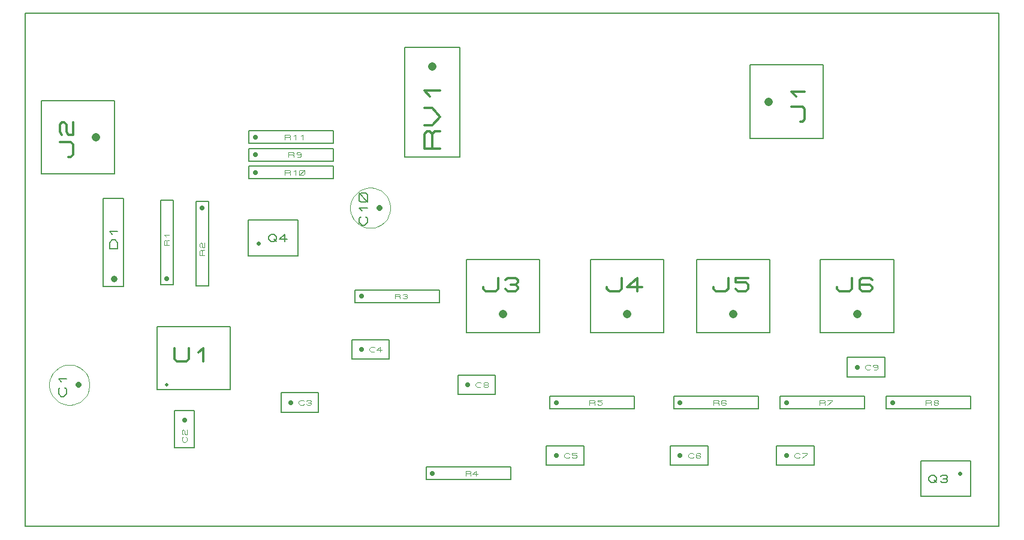
<source format=gbr>
G04 PROTEUS GERBER X2 FILE*
%TF.GenerationSoftware,Labcenter,Proteus,8.13-SP0-Build31525*%
%TF.CreationDate,2022-10-31T03:05:26+00:00*%
%TF.FileFunction,AssemblyDrawing,Top*%
%TF.FilePolarity,Positive*%
%TF.Part,Single*%
%TF.SameCoordinates,{c032f36a-8843-4a41-912d-e50223fc27ad}*%
%FSLAX45Y45*%
%MOMM*%
G01*
%TA.AperFunction,Profile*%
%ADD17C,0.203200*%
%TA.AperFunction,Material*%
%ADD70C,0.203200*%
%ADD27C,1.219200*%
%ADD28C,0.314280*%
%ADD29C,0.914400*%
%ADD72C,0.186690*%
%ADD73C,0.711200*%
%ADD30C,0.110230*%
%ADD31C,0.365760*%
%ADD32C,0.050800*%
%ADD33C,0.812800*%
%ADD34C,0.184240*%
%ADD35C,0.609600*%
%ADD36C,0.168480*%
%ADD37C,0.508000*%
%ADD38C,0.302420*%
%ADD39C,0.111760*%
%TD.AperFunction*%
D17*
X-13750000Y+2750000D02*
X+0Y+2750000D01*
X+0Y+10000000D01*
X-13750000Y+10000000D01*
X-13750000Y+2750000D01*
D70*
X-13522160Y+7731840D02*
X-12485840Y+7731840D01*
X-12485840Y+8768160D01*
X-13522160Y+8768160D01*
X-13522160Y+7731840D01*
D27*
X-12750000Y+8250000D02*
X-12750000Y+8250000D01*
D28*
X-13135131Y+7967147D02*
X-13103703Y+7967147D01*
X-13072275Y+8002503D01*
X-13072275Y+8143930D01*
X-13103703Y+8179286D01*
X-13260844Y+8179286D01*
X-13229416Y+8285356D02*
X-13260844Y+8320713D01*
X-13260844Y+8426783D01*
X-13229416Y+8462139D01*
X-13197988Y+8462139D01*
X-13166560Y+8426783D01*
X-13166560Y+8320713D01*
X-13135131Y+8285356D01*
X-13072275Y+8285356D01*
X-13072275Y+8462139D01*
D70*
X-3514160Y+8231840D02*
X-2477840Y+8231840D01*
X-2477840Y+9268160D01*
X-3514160Y+9268160D01*
X-3514160Y+8231840D01*
D27*
X-3250000Y+8750000D02*
X-3250000Y+8750000D01*
D28*
X-2802011Y+8467147D02*
X-2770583Y+8467147D01*
X-2739155Y+8502503D01*
X-2739155Y+8643930D01*
X-2770583Y+8679286D01*
X-2927724Y+8679286D01*
X-2864868Y+8820713D02*
X-2927724Y+8891426D01*
X-2739155Y+8891426D01*
D70*
X-12644780Y+6135700D02*
X-12357760Y+6135700D01*
X-12357760Y+7380300D01*
X-12644780Y+7380300D01*
X-12644780Y+6135700D01*
D29*
X-12500000Y+6250000D02*
X-12500000Y+6250000D01*
D72*
X-12445263Y+6669989D02*
X-12557277Y+6669989D01*
X-12557277Y+6753999D01*
X-12519939Y+6796004D01*
X-12482601Y+6796004D01*
X-12445263Y+6753999D01*
X-12445263Y+6669989D01*
X-12519939Y+6880015D02*
X-12557277Y+6922020D01*
X-12445263Y+6922020D01*
D70*
X-11838900Y+6161100D02*
X-11661100Y+6161100D01*
X-11661100Y+7354900D01*
X-11838900Y+7354900D01*
X-11838900Y+6161100D01*
D73*
X-11750000Y+6250000D02*
X-11750000Y+6250000D01*
D30*
X-11716929Y+6721018D02*
X-11783070Y+6721018D01*
X-11783070Y+6783025D01*
X-11772047Y+6795427D01*
X-11761023Y+6795427D01*
X-11750000Y+6783025D01*
X-11750000Y+6721018D01*
X-11750000Y+6783025D02*
X-11738976Y+6795427D01*
X-11716929Y+6795427D01*
X-11761023Y+6845033D02*
X-11783070Y+6869836D01*
X-11716929Y+6869836D01*
D70*
X-11338900Y+6145100D02*
X-11161100Y+6145100D01*
X-11161100Y+7338900D01*
X-11338900Y+7338900D01*
X-11338900Y+6145100D01*
D73*
X-11250000Y+7250000D02*
X-11250000Y+7250000D01*
D30*
X-11216929Y+6580558D02*
X-11283070Y+6580558D01*
X-11283070Y+6642565D01*
X-11272047Y+6654967D01*
X-11261023Y+6654967D01*
X-11250000Y+6642565D01*
X-11250000Y+6580558D01*
X-11250000Y+6642565D02*
X-11238976Y+6654967D01*
X-11216929Y+6654967D01*
X-11272047Y+6692171D02*
X-11283070Y+6704573D01*
X-11283070Y+6741777D01*
X-11272047Y+6754179D01*
X-11261023Y+6754179D01*
X-11250000Y+6741777D01*
X-11250000Y+6704573D01*
X-11238976Y+6692171D01*
X-11216929Y+6692171D01*
X-11216929Y+6754179D01*
D70*
X-8391160Y+7969840D02*
X-7608840Y+7969840D01*
X-7608840Y+9514160D01*
X-8391160Y+9514160D01*
X-8391160Y+7969840D01*
D27*
X-8000000Y+9250000D02*
X-8000000Y+9250000D01*
D31*
X-7890272Y+8085664D02*
X-8109728Y+8085664D01*
X-8109728Y+8291404D01*
X-8073152Y+8332552D01*
X-8036576Y+8332552D01*
X-8000000Y+8291404D01*
X-8000000Y+8085664D01*
X-8000000Y+8291404D02*
X-7963424Y+8332552D01*
X-7890272Y+8332552D01*
X-8109728Y+8414848D02*
X-8000000Y+8414848D01*
X-7890272Y+8538292D01*
X-8000000Y+8661736D01*
X-8109728Y+8661736D01*
X-8036576Y+8826328D02*
X-8109728Y+8908624D01*
X-7890272Y+8908624D01*
D70*
X-10588900Y+7911100D02*
X-9395100Y+7911100D01*
X-9395100Y+8088900D01*
X-10588900Y+8088900D01*
X-10588900Y+7911100D01*
D73*
X-10500000Y+8000000D02*
X-10500000Y+8000000D01*
D30*
X-10028982Y+7966929D02*
X-10028982Y+8033070D01*
X-9966975Y+8033070D01*
X-9954573Y+8022047D01*
X-9954573Y+8011023D01*
X-9966975Y+8000000D01*
X-10028982Y+8000000D01*
X-9966975Y+8000000D02*
X-9954573Y+7988976D01*
X-9954573Y+7966929D01*
X-9855361Y+8011023D02*
X-9867763Y+8000000D01*
X-9904967Y+8000000D01*
X-9917369Y+8011023D01*
X-9917369Y+8022047D01*
X-9904967Y+8033070D01*
X-9867763Y+8033070D01*
X-9855361Y+8022047D01*
X-9855361Y+7977952D01*
X-9867763Y+7966929D01*
X-9904967Y+7966929D01*
D70*
X-10588900Y+7661100D02*
X-9395100Y+7661100D01*
X-9395100Y+7838900D01*
X-10588900Y+7838900D01*
X-10588900Y+7661100D01*
D73*
X-10500000Y+7750000D02*
X-10500000Y+7750000D01*
D30*
X-10078588Y+7716929D02*
X-10078588Y+7783070D01*
X-10016581Y+7783070D01*
X-10004179Y+7772047D01*
X-10004179Y+7761023D01*
X-10016581Y+7750000D01*
X-10078588Y+7750000D01*
X-10016581Y+7750000D02*
X-10004179Y+7738976D01*
X-10004179Y+7716929D01*
X-9954573Y+7761023D02*
X-9929770Y+7783070D01*
X-9929770Y+7716929D01*
X-9880164Y+7727952D02*
X-9880164Y+7772047D01*
X-9867763Y+7783070D01*
X-9818157Y+7783070D01*
X-9805755Y+7772047D01*
X-9805755Y+7727952D01*
X-9818157Y+7716929D01*
X-9867763Y+7716929D01*
X-9880164Y+7727952D01*
X-9880164Y+7716929D02*
X-9805755Y+7783070D01*
D70*
X-10588900Y+8161100D02*
X-9395100Y+8161100D01*
X-9395100Y+8338900D01*
X-10588900Y+8338900D01*
X-10588900Y+8161100D01*
D73*
X-10500000Y+8250000D02*
X-10500000Y+8250000D01*
D30*
X-10078588Y+8216929D02*
X-10078588Y+8283070D01*
X-10016581Y+8283070D01*
X-10004179Y+8272047D01*
X-10004179Y+8261023D01*
X-10016581Y+8250000D01*
X-10078588Y+8250000D01*
X-10016581Y+8250000D02*
X-10004179Y+8238976D01*
X-10004179Y+8216929D01*
X-9954573Y+8261023D02*
X-9929770Y+8283070D01*
X-9929770Y+8216929D01*
X-9855361Y+8261023D02*
X-9830558Y+8283070D01*
X-9830558Y+8216929D01*
D32*
X-12839940Y+4750000D02*
X-12840858Y+4772814D01*
X-12848311Y+4818443D01*
X-12863858Y+4864072D01*
X-12889100Y+4909701D01*
X-12927642Y+4955231D01*
X-12973271Y+4990727D01*
X-13018900Y+5013847D01*
X-13064529Y+5027700D01*
X-13110158Y+5033646D01*
X-13123920Y+5033980D01*
X-13407900Y+4750000D02*
X-13406982Y+4772814D01*
X-13399529Y+4818443D01*
X-13383982Y+4864072D01*
X-13358740Y+4909701D01*
X-13320198Y+4955231D01*
X-13274569Y+4990727D01*
X-13228940Y+5013847D01*
X-13183311Y+5027700D01*
X-13137682Y+5033646D01*
X-13123920Y+5033980D01*
X-13407900Y+4750000D02*
X-13406982Y+4727186D01*
X-13399529Y+4681557D01*
X-13383982Y+4635928D01*
X-13358740Y+4590299D01*
X-13320198Y+4544769D01*
X-13274569Y+4509273D01*
X-13228940Y+4486153D01*
X-13183311Y+4472300D01*
X-13137682Y+4466354D01*
X-13123920Y+4466020D01*
X-12839940Y+4750000D02*
X-12840858Y+4727186D01*
X-12848311Y+4681557D01*
X-12863858Y+4635928D01*
X-12889100Y+4590299D01*
X-12927642Y+4544769D01*
X-12973271Y+4509273D01*
X-13018900Y+4486153D01*
X-13064529Y+4472300D01*
X-13110158Y+4466354D01*
X-13123920Y+4466020D01*
D33*
X-12996000Y+4750000D02*
X-12996000Y+4750000D01*
D34*
X-13186692Y+4708546D02*
X-13168268Y+4687819D01*
X-13168268Y+4625638D01*
X-13205116Y+4584184D01*
X-13241964Y+4584184D01*
X-13278812Y+4625638D01*
X-13278812Y+4687819D01*
X-13260388Y+4708546D01*
X-13241964Y+4791454D02*
X-13278812Y+4832908D01*
X-13168268Y+4832908D01*
D32*
X-8589940Y+7250000D02*
X-8590858Y+7272814D01*
X-8598311Y+7318443D01*
X-8613858Y+7364072D01*
X-8639100Y+7409701D01*
X-8677642Y+7455231D01*
X-8723271Y+7490727D01*
X-8768900Y+7513847D01*
X-8814529Y+7527700D01*
X-8860158Y+7533646D01*
X-8873920Y+7533980D01*
X-9157900Y+7250000D02*
X-9156982Y+7272814D01*
X-9149529Y+7318443D01*
X-9133982Y+7364072D01*
X-9108740Y+7409701D01*
X-9070198Y+7455231D01*
X-9024569Y+7490727D01*
X-8978940Y+7513847D01*
X-8933311Y+7527700D01*
X-8887682Y+7533646D01*
X-8873920Y+7533980D01*
X-9157900Y+7250000D02*
X-9156982Y+7227186D01*
X-9149529Y+7181557D01*
X-9133982Y+7135928D01*
X-9108740Y+7090299D01*
X-9070198Y+7044769D01*
X-9024569Y+7009273D01*
X-8978940Y+6986153D01*
X-8933311Y+6972300D01*
X-8887682Y+6966354D01*
X-8873920Y+6966020D01*
X-8589940Y+7250000D02*
X-8590858Y+7227186D01*
X-8598311Y+7181557D01*
X-8613858Y+7135928D01*
X-8639100Y+7090299D01*
X-8677642Y+7044769D01*
X-8723271Y+7009273D01*
X-8768900Y+6986153D01*
X-8814529Y+6972300D01*
X-8860158Y+6966354D01*
X-8873920Y+6966020D01*
D33*
X-8746000Y+7250000D02*
X-8746000Y+7250000D01*
D34*
X-8936692Y+7125638D02*
X-8918268Y+7104911D01*
X-8918268Y+7042730D01*
X-8955116Y+7001276D01*
X-8991964Y+7001276D01*
X-9028812Y+7042730D01*
X-9028812Y+7104911D01*
X-9010388Y+7125638D01*
X-8991964Y+7208546D02*
X-9028812Y+7250000D01*
X-8918268Y+7250000D01*
X-8936692Y+7332908D02*
X-9010388Y+7332908D01*
X-9028812Y+7353635D01*
X-9028812Y+7436543D01*
X-9010388Y+7457270D01*
X-8936692Y+7457270D01*
X-8918268Y+7436543D01*
X-8918268Y+7353635D01*
X-8936692Y+7332908D01*
X-8918268Y+7332908D02*
X-9028812Y+7457270D01*
D70*
X-1103060Y+3172340D02*
X-396940Y+3172340D01*
X-396940Y+3675260D01*
X-1103060Y+3675260D01*
X-1103060Y+3172340D01*
D35*
X-546800Y+3500000D02*
X-546800Y+3500000D01*
D36*
X-991807Y+3440648D02*
X-953898Y+3474345D01*
X-915989Y+3474345D01*
X-878080Y+3440648D01*
X-878080Y+3406951D01*
X-915989Y+3373254D01*
X-953898Y+3373254D01*
X-991807Y+3406951D01*
X-991807Y+3440648D01*
X-915989Y+3406951D02*
X-878080Y+3373254D01*
X-821216Y+3457497D02*
X-802261Y+3474345D01*
X-745397Y+3474345D01*
X-726443Y+3457497D01*
X-726443Y+3440648D01*
X-745397Y+3423800D01*
X-726443Y+3406951D01*
X-726443Y+3390102D01*
X-745397Y+3373254D01*
X-802261Y+3373254D01*
X-821216Y+3390102D01*
X-783307Y+3423800D02*
X-745397Y+3423800D01*
D70*
X-11887160Y+4686500D02*
X-10850840Y+4686500D01*
X-10850840Y+5575500D01*
X-11887160Y+5575500D01*
X-11887160Y+4686500D01*
D37*
X-11750000Y+4750000D02*
X-11750000Y+4750000D01*
D38*
X-11641186Y+5266179D02*
X-11641186Y+5114964D01*
X-11607163Y+5084721D01*
X-11471070Y+5084721D01*
X-11437047Y+5114964D01*
X-11437047Y+5266179D01*
X-11300954Y+5205693D02*
X-11232907Y+5266179D01*
X-11232907Y+5084721D01*
D70*
X-7518160Y+5485840D02*
X-6481840Y+5485840D01*
X-6481840Y+6522160D01*
X-7518160Y+6522160D01*
X-7518160Y+5485840D01*
D27*
X-7000000Y+5750000D02*
X-7000000Y+5750000D01*
D28*
X-7282853Y+6135131D02*
X-7282853Y+6103703D01*
X-7247497Y+6072275D01*
X-7106070Y+6072275D01*
X-7070714Y+6103703D01*
X-7070714Y+6260844D01*
X-6964644Y+6229416D02*
X-6929287Y+6260844D01*
X-6823217Y+6260844D01*
X-6787861Y+6229416D01*
X-6787861Y+6197988D01*
X-6823217Y+6166560D01*
X-6787861Y+6135131D01*
X-6787861Y+6103703D01*
X-6823217Y+6072275D01*
X-6929287Y+6072275D01*
X-6964644Y+6103703D01*
X-6893931Y+6166560D02*
X-6823217Y+6166560D01*
D70*
X-5768160Y+5485840D02*
X-4731840Y+5485840D01*
X-4731840Y+6522160D01*
X-5768160Y+6522160D01*
X-5768160Y+5485840D01*
D27*
X-5250000Y+5750000D02*
X-5250000Y+5750000D01*
D28*
X-5532853Y+6135131D02*
X-5532853Y+6103703D01*
X-5497497Y+6072275D01*
X-5356070Y+6072275D01*
X-5320714Y+6103703D01*
X-5320714Y+6260844D01*
X-5037861Y+6135131D02*
X-5250000Y+6135131D01*
X-5108574Y+6260844D01*
X-5108574Y+6072275D01*
D70*
X-4268160Y+5485840D02*
X-3231840Y+5485840D01*
X-3231840Y+6522160D01*
X-4268160Y+6522160D01*
X-4268160Y+5485840D01*
D27*
X-3750000Y+5750000D02*
X-3750000Y+5750000D01*
D28*
X-4032853Y+6135131D02*
X-4032853Y+6103703D01*
X-3997497Y+6072275D01*
X-3856070Y+6072275D01*
X-3820714Y+6103703D01*
X-3820714Y+6260844D01*
X-3537861Y+6260844D02*
X-3714644Y+6260844D01*
X-3714644Y+6197988D01*
X-3573217Y+6197988D01*
X-3537861Y+6166560D01*
X-3537861Y+6103703D01*
X-3573217Y+6072275D01*
X-3679287Y+6072275D01*
X-3714644Y+6103703D01*
D70*
X-2518160Y+5485840D02*
X-1481840Y+5485840D01*
X-1481840Y+6522160D01*
X-2518160Y+6522160D01*
X-2518160Y+5485840D01*
D27*
X-2000000Y+5750000D02*
X-2000000Y+5750000D01*
D28*
X-2282853Y+6135131D02*
X-2282853Y+6103703D01*
X-2247497Y+6072275D01*
X-2106070Y+6072275D01*
X-2070714Y+6103703D01*
X-2070714Y+6260844D01*
X-1787861Y+6229416D02*
X-1823217Y+6260844D01*
X-1929287Y+6260844D01*
X-1964644Y+6229416D01*
X-1964644Y+6103703D01*
X-1929287Y+6072275D01*
X-1823217Y+6072275D01*
X-1787861Y+6103703D01*
X-1787861Y+6135131D01*
X-1823217Y+6166560D01*
X-1964644Y+6166560D01*
D70*
X-11637160Y+3858840D02*
X-11362840Y+3858840D01*
X-11362840Y+4387160D01*
X-11637160Y+4387160D01*
X-11637160Y+3858840D01*
D73*
X-11500000Y+4250000D02*
X-11500000Y+4250000D01*
D39*
X-11477648Y+4011494D02*
X-11466472Y+3998921D01*
X-11466472Y+3961202D01*
X-11488824Y+3936056D01*
X-11511176Y+3936056D01*
X-11533528Y+3961202D01*
X-11533528Y+3998921D01*
X-11522352Y+4011494D01*
X-11522352Y+4049213D02*
X-11533528Y+4061786D01*
X-11533528Y+4099505D01*
X-11522352Y+4112078D01*
X-11511176Y+4112078D01*
X-11500000Y+4099505D01*
X-11500000Y+4061786D01*
X-11488824Y+4049213D01*
X-11466472Y+4049213D01*
X-11466472Y+4112078D01*
D70*
X-6338900Y+4411100D02*
X-5145100Y+4411100D01*
X-5145100Y+4588900D01*
X-6338900Y+4588900D01*
X-6338900Y+4411100D01*
D73*
X-6250000Y+4500000D02*
X-6250000Y+4500000D01*
D30*
X-5778982Y+4466929D02*
X-5778982Y+4533070D01*
X-5716975Y+4533070D01*
X-5704573Y+4522047D01*
X-5704573Y+4511023D01*
X-5716975Y+4500000D01*
X-5778982Y+4500000D01*
X-5716975Y+4500000D02*
X-5704573Y+4488976D01*
X-5704573Y+4466929D01*
X-5605361Y+4533070D02*
X-5667369Y+4533070D01*
X-5667369Y+4511023D01*
X-5617763Y+4511023D01*
X-5605361Y+4500000D01*
X-5605361Y+4477952D01*
X-5617763Y+4466929D01*
X-5654967Y+4466929D01*
X-5667369Y+4477952D01*
D70*
X-4588900Y+4411100D02*
X-3395100Y+4411100D01*
X-3395100Y+4588900D01*
X-4588900Y+4588900D01*
X-4588900Y+4411100D01*
D73*
X-4500000Y+4500000D02*
X-4500000Y+4500000D01*
D30*
X-4028982Y+4466929D02*
X-4028982Y+4533070D01*
X-3966975Y+4533070D01*
X-3954573Y+4522047D01*
X-3954573Y+4511023D01*
X-3966975Y+4500000D01*
X-4028982Y+4500000D01*
X-3966975Y+4500000D02*
X-3954573Y+4488976D01*
X-3954573Y+4466929D01*
X-3855361Y+4522047D02*
X-3867763Y+4533070D01*
X-3904967Y+4533070D01*
X-3917369Y+4522047D01*
X-3917369Y+4477952D01*
X-3904967Y+4466929D01*
X-3867763Y+4466929D01*
X-3855361Y+4477952D01*
X-3855361Y+4488976D01*
X-3867763Y+4500000D01*
X-3917369Y+4500000D01*
D70*
X-3088900Y+4411100D02*
X-1895100Y+4411100D01*
X-1895100Y+4588900D01*
X-3088900Y+4588900D01*
X-3088900Y+4411100D01*
D73*
X-3000000Y+4500000D02*
X-3000000Y+4500000D01*
D30*
X-2528982Y+4466929D02*
X-2528982Y+4533070D01*
X-2466975Y+4533070D01*
X-2454573Y+4522047D01*
X-2454573Y+4511023D01*
X-2466975Y+4500000D01*
X-2528982Y+4500000D01*
X-2466975Y+4500000D02*
X-2454573Y+4488976D01*
X-2454573Y+4466929D01*
X-2417369Y+4533070D02*
X-2355361Y+4533070D01*
X-2355361Y+4522047D01*
X-2417369Y+4466929D01*
D70*
X-1588900Y+4411100D02*
X-395100Y+4411100D01*
X-395100Y+4588900D01*
X-1588900Y+4588900D01*
X-1588900Y+4411100D01*
D73*
X-1500000Y+4500000D02*
X-1500000Y+4500000D01*
D30*
X-1028982Y+4466929D02*
X-1028982Y+4533070D01*
X-966975Y+4533070D01*
X-954573Y+4522047D01*
X-954573Y+4511023D01*
X-966975Y+4500000D01*
X-1028982Y+4500000D01*
X-966975Y+4500000D02*
X-954573Y+4488976D01*
X-954573Y+4466929D01*
X-904967Y+4500000D02*
X-917369Y+4511023D01*
X-917369Y+4522047D01*
X-904967Y+4533070D01*
X-867763Y+4533070D01*
X-855361Y+4522047D01*
X-855361Y+4511023D01*
X-867763Y+4500000D01*
X-904967Y+4500000D01*
X-917369Y+4488976D01*
X-917369Y+4477952D01*
X-904967Y+4466929D01*
X-867763Y+4466929D01*
X-855361Y+4477952D01*
X-855361Y+4488976D01*
X-867763Y+4500000D01*
D70*
X-10603060Y+6574740D02*
X-9896940Y+6574740D01*
X-9896940Y+7077660D01*
X-10603060Y+7077660D01*
X-10603060Y+6574740D01*
D35*
X-10453200Y+6750000D02*
X-10453200Y+6750000D01*
D36*
X-10311467Y+6843048D02*
X-10273558Y+6876745D01*
X-10235649Y+6876745D01*
X-10197740Y+6843048D01*
X-10197740Y+6809351D01*
X-10235649Y+6775654D01*
X-10273558Y+6775654D01*
X-10311467Y+6809351D01*
X-10311467Y+6843048D01*
X-10235649Y+6809351D02*
X-10197740Y+6775654D01*
X-10046103Y+6809351D02*
X-10159830Y+6809351D01*
X-10084012Y+6876745D01*
X-10084012Y+6775654D01*
D70*
X-6387160Y+3612840D02*
X-5858840Y+3612840D01*
X-5858840Y+3887160D01*
X-6387160Y+3887160D01*
X-6387160Y+3612840D01*
D73*
X-6250000Y+3750000D02*
X-6250000Y+3750000D01*
D39*
X-6061786Y+3727648D02*
X-6074359Y+3716472D01*
X-6112078Y+3716472D01*
X-6137224Y+3738824D01*
X-6137224Y+3761176D01*
X-6112078Y+3783528D01*
X-6074359Y+3783528D01*
X-6061786Y+3772352D01*
X-5961202Y+3783528D02*
X-6024067Y+3783528D01*
X-6024067Y+3761176D01*
X-5973775Y+3761176D01*
X-5961202Y+3750000D01*
X-5961202Y+3727648D01*
X-5973775Y+3716472D01*
X-6011494Y+3716472D01*
X-6024067Y+3727648D01*
D70*
X-4637160Y+3612840D02*
X-4108840Y+3612840D01*
X-4108840Y+3887160D01*
X-4637160Y+3887160D01*
X-4637160Y+3612840D01*
D73*
X-4500000Y+3750000D02*
X-4500000Y+3750000D01*
D39*
X-4311786Y+3727648D02*
X-4324359Y+3716472D01*
X-4362078Y+3716472D01*
X-4387224Y+3738824D01*
X-4387224Y+3761176D01*
X-4362078Y+3783528D01*
X-4324359Y+3783528D01*
X-4311786Y+3772352D01*
X-4211202Y+3772352D02*
X-4223775Y+3783528D01*
X-4261494Y+3783528D01*
X-4274067Y+3772352D01*
X-4274067Y+3727648D01*
X-4261494Y+3716472D01*
X-4223775Y+3716472D01*
X-4211202Y+3727648D01*
X-4211202Y+3738824D01*
X-4223775Y+3750000D01*
X-4274067Y+3750000D01*
D70*
X-3137160Y+3612840D02*
X-2608840Y+3612840D01*
X-2608840Y+3887160D01*
X-3137160Y+3887160D01*
X-3137160Y+3612840D01*
D73*
X-3000000Y+3750000D02*
X-3000000Y+3750000D01*
D39*
X-2811786Y+3727648D02*
X-2824359Y+3716472D01*
X-2862078Y+3716472D01*
X-2887224Y+3738824D01*
X-2887224Y+3761176D01*
X-2862078Y+3783528D01*
X-2824359Y+3783528D01*
X-2811786Y+3772352D01*
X-2774067Y+3783528D02*
X-2711202Y+3783528D01*
X-2711202Y+3772352D01*
X-2774067Y+3716472D01*
D70*
X-7637160Y+4612840D02*
X-7108840Y+4612840D01*
X-7108840Y+4887160D01*
X-7637160Y+4887160D01*
X-7637160Y+4612840D01*
D73*
X-7500000Y+4750000D02*
X-7500000Y+4750000D01*
D39*
X-7311786Y+4727648D02*
X-7324359Y+4716472D01*
X-7362078Y+4716472D01*
X-7387224Y+4738824D01*
X-7387224Y+4761176D01*
X-7362078Y+4783528D01*
X-7324359Y+4783528D01*
X-7311786Y+4772352D01*
X-7261494Y+4750000D02*
X-7274067Y+4761176D01*
X-7274067Y+4772352D01*
X-7261494Y+4783528D01*
X-7223775Y+4783528D01*
X-7211202Y+4772352D01*
X-7211202Y+4761176D01*
X-7223775Y+4750000D01*
X-7261494Y+4750000D01*
X-7274067Y+4738824D01*
X-7274067Y+4727648D01*
X-7261494Y+4716472D01*
X-7223775Y+4716472D01*
X-7211202Y+4727648D01*
X-7211202Y+4738824D01*
X-7223775Y+4750000D01*
D70*
X-10137160Y+4362840D02*
X-9608840Y+4362840D01*
X-9608840Y+4637160D01*
X-10137160Y+4637160D01*
X-10137160Y+4362840D01*
D73*
X-10000000Y+4500000D02*
X-10000000Y+4500000D01*
D39*
X-9811786Y+4477648D02*
X-9824359Y+4466472D01*
X-9862078Y+4466472D01*
X-9887224Y+4488824D01*
X-9887224Y+4511176D01*
X-9862078Y+4533528D01*
X-9824359Y+4533528D01*
X-9811786Y+4522352D01*
X-9774067Y+4522352D02*
X-9761494Y+4533528D01*
X-9723775Y+4533528D01*
X-9711202Y+4522352D01*
X-9711202Y+4511176D01*
X-9723775Y+4500000D01*
X-9711202Y+4488824D01*
X-9711202Y+4477648D01*
X-9723775Y+4466472D01*
X-9761494Y+4466472D01*
X-9774067Y+4477648D01*
X-9748921Y+4500000D02*
X-9723775Y+4500000D01*
D70*
X-9137160Y+5112840D02*
X-8608840Y+5112840D01*
X-8608840Y+5387160D01*
X-9137160Y+5387160D01*
X-9137160Y+5112840D01*
D73*
X-9000000Y+5250000D02*
X-9000000Y+5250000D01*
D39*
X-8811786Y+5227648D02*
X-8824359Y+5216472D01*
X-8862078Y+5216472D01*
X-8887224Y+5238824D01*
X-8887224Y+5261176D01*
X-8862078Y+5283528D01*
X-8824359Y+5283528D01*
X-8811786Y+5272352D01*
X-8711202Y+5238824D02*
X-8786640Y+5238824D01*
X-8736348Y+5283528D01*
X-8736348Y+5216472D01*
D70*
X-8088900Y+3411100D02*
X-6895100Y+3411100D01*
X-6895100Y+3588900D01*
X-8088900Y+3588900D01*
X-8088900Y+3411100D01*
D73*
X-8000000Y+3500000D02*
X-8000000Y+3500000D01*
D30*
X-7528982Y+3466929D02*
X-7528982Y+3533070D01*
X-7466975Y+3533070D01*
X-7454573Y+3522047D01*
X-7454573Y+3511023D01*
X-7466975Y+3500000D01*
X-7528982Y+3500000D01*
X-7466975Y+3500000D02*
X-7454573Y+3488976D01*
X-7454573Y+3466929D01*
X-7355361Y+3488976D02*
X-7429770Y+3488976D01*
X-7380164Y+3533070D01*
X-7380164Y+3466929D01*
D70*
X-2137160Y+4862840D02*
X-1608840Y+4862840D01*
X-1608840Y+5137160D01*
X-2137160Y+5137160D01*
X-2137160Y+4862840D01*
D73*
X-2000000Y+5000000D02*
X-2000000Y+5000000D01*
D39*
X-1811786Y+4977648D02*
X-1824359Y+4966472D01*
X-1862078Y+4966472D01*
X-1887224Y+4988824D01*
X-1887224Y+5011176D01*
X-1862078Y+5033528D01*
X-1824359Y+5033528D01*
X-1811786Y+5022352D01*
X-1711202Y+5011176D02*
X-1723775Y+5000000D01*
X-1761494Y+5000000D01*
X-1774067Y+5011176D01*
X-1774067Y+5022352D01*
X-1761494Y+5033528D01*
X-1723775Y+5033528D01*
X-1711202Y+5022352D01*
X-1711202Y+4977648D01*
X-1723775Y+4966472D01*
X-1761494Y+4966472D01*
D70*
X-9088900Y+5911100D02*
X-7895100Y+5911100D01*
X-7895100Y+6088900D01*
X-9088900Y+6088900D01*
X-9088900Y+5911100D01*
D73*
X-9000000Y+6000000D02*
X-9000000Y+6000000D01*
D30*
X-8528982Y+5966929D02*
X-8528982Y+6033070D01*
X-8466975Y+6033070D01*
X-8454573Y+6022047D01*
X-8454573Y+6011023D01*
X-8466975Y+6000000D01*
X-8528982Y+6000000D01*
X-8466975Y+6000000D02*
X-8454573Y+5988976D01*
X-8454573Y+5966929D01*
X-8417369Y+6022047D02*
X-8404967Y+6033070D01*
X-8367763Y+6033070D01*
X-8355361Y+6022047D01*
X-8355361Y+6011023D01*
X-8367763Y+6000000D01*
X-8355361Y+5988976D01*
X-8355361Y+5977952D01*
X-8367763Y+5966929D01*
X-8404967Y+5966929D01*
X-8417369Y+5977952D01*
X-8392566Y+6000000D02*
X-8367763Y+6000000D01*
M02*

</source>
